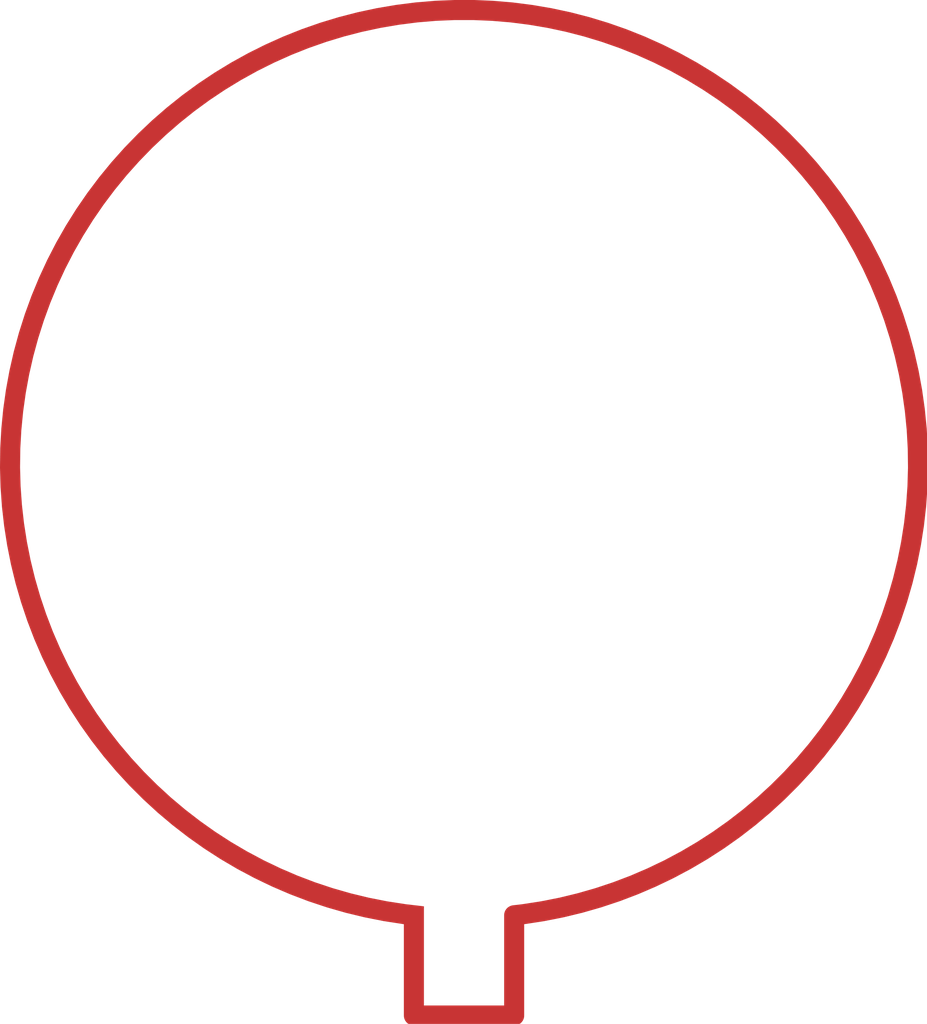
<source format=kicad_pcb>
(kicad_pcb
	(version 20240108)
	(generator "pcbnew")
	(generator_version "8.0")
	(general
		(thickness 1.6)
		(legacy_teardrops no)
	)
	(paper "A4")
	(layers
		(0 "F.Cu" signal)
		(31 "B.Cu" signal)
		(32 "B.Adhes" user "B.Adhesive")
		(33 "F.Adhes" user "F.Adhesive")
		(34 "B.Paste" user)
		(35 "F.Paste" user)
		(36 "B.SilkS" user "B.Silkscreen")
		(37 "F.SilkS" user "F.Silkscreen")
		(38 "B.Mask" user)
		(39 "F.Mask" user)
		(40 "Dwgs.User" user "User.Drawings")
		(41 "Cmts.User" user "User.Comments")
		(42 "Eco1.User" user "User.Eco1")
		(43 "Eco2.User" user "User.Eco2")
		(44 "Edge.Cuts" user)
		(45 "Margin" user)
		(46 "B.CrtYd" user "B.Courtyard")
		(47 "F.CrtYd" user "F.Courtyard")
		(48 "B.Fab" user)
		(49 "F.Fab" user)
		(50 "User.1" user)
		(51 "User.2" user)
		(52 "User.3" user)
		(53 "User.4" user)
		(54 "User.5" user)
		(55 "User.6" user)
		(56 "User.7" user)
		(57 "User.8" user)
		(58 "User.9" user)
	)
	(setup
		(pad_to_mask_clearance 0)
		(allow_soldermask_bridges_in_footprints no)
		(pcbplotparams
			(layerselection 0x00010fc_ffffffff)
			(plot_on_all_layers_selection 0x0000000_00000000)
			(disableapertmacros no)
			(usegerberextensions no)
			(usegerberattributes yes)
			(usegerberadvancedattributes yes)
			(creategerberjobfile yes)
			(dashed_line_dash_ratio 12.000000)
			(dashed_line_gap_ratio 3.000000)
			(svgprecision 4)
			(plotframeref no)
			(viasonmask no)
			(mode 1)
			(useauxorigin no)
			(hpglpennumber 1)
			(hpglpenspeed 20)
			(hpglpendiameter 15.000000)
			(pdf_front_fp_property_popups yes)
			(pdf_back_fp_property_popups yes)
			(dxfpolygonmode yes)
			(dxfimperialunits yes)
			(dxfusepcbnewfont yes)
			(psnegative no)
			(psa4output no)
			(plotreference yes)
			(plotvalue yes)
			(plotfptext yes)
			(plotinvisibletext no)
			(sketchpadsonfab no)
			(subtractmaskfromsilk no)
			(outputformat 1)
			(mirror no)
			(drillshape 1)
			(scaleselection 1)
			(outputdirectory "")
		)
	)
	(net 0 "")
	(gr_poly
		(pts
			(arc
				(start 0 0)
				(mid 5 -5)
				(end 1 0)
			)
			(xy 1 1) (xy 0 1)
		)
		(stroke
			(width 0.2)
			(type solid)
		)
		(fill none)
		(layer "F.Cu")
		(uuid "e3346eff-27d7-4d75-bccf-361a8f26ec0f")
	)
)

</source>
